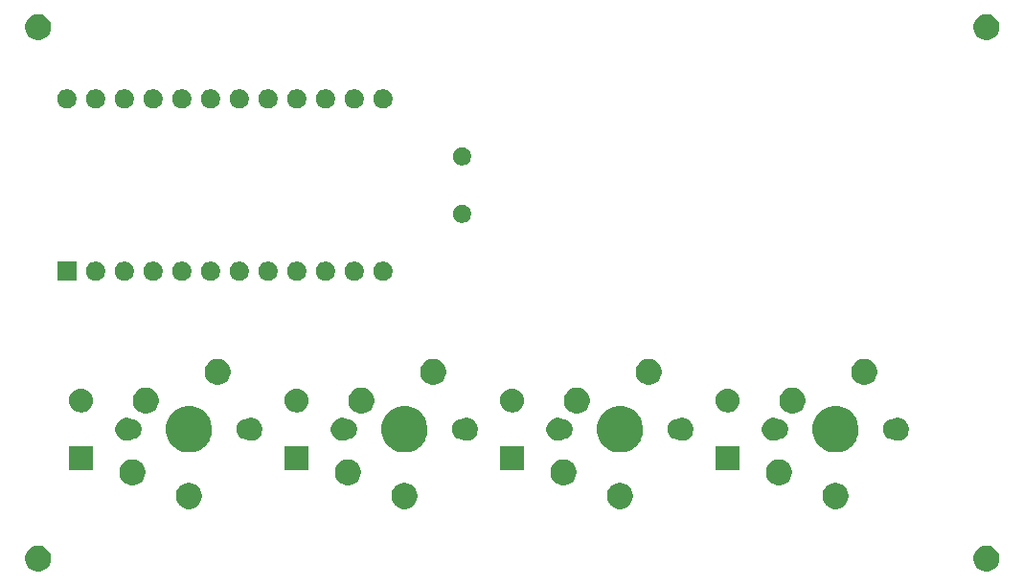
<source format=gts>
G04 #@! TF.GenerationSoftware,KiCad,Pcbnew,5.0.2-bee76a0~70~ubuntu18.04.1*
G04 #@! TF.CreationDate,2019-05-17T00:14:41+09:00*
G04 #@! TF.ProjectId,meishi2,6d656973-6869-4322-9e6b-696361645f70,rev?*
G04 #@! TF.SameCoordinates,Original*
G04 #@! TF.FileFunction,Soldermask,Top*
G04 #@! TF.FilePolarity,Negative*
%FSLAX46Y46*%
G04 Gerber Fmt 4.6, Leading zero omitted, Abs format (unit mm)*
G04 Created by KiCad (PCBNEW 5.0.2-bee76a0~70~ubuntu18.04.1) date 2019年05月17日 00時14分41秒*
%MOMM*%
%LPD*%
G01*
G04 APERTURE LIST*
%ADD10C,0.100000*%
G04 APERTURE END LIST*
D10*
G36*
X132415734Y-90333232D02*
X132625202Y-90419996D01*
X132813723Y-90545962D01*
X132974038Y-90706277D01*
X133100004Y-90894798D01*
X133186768Y-91104266D01*
X133231000Y-91326635D01*
X133231000Y-91553365D01*
X133186768Y-91775734D01*
X133100004Y-91985202D01*
X132974038Y-92173723D01*
X132813723Y-92334038D01*
X132625202Y-92460004D01*
X132415734Y-92546768D01*
X132193365Y-92591000D01*
X131966635Y-92591000D01*
X131744266Y-92546768D01*
X131534798Y-92460004D01*
X131346277Y-92334038D01*
X131185962Y-92173723D01*
X131059996Y-91985202D01*
X130973232Y-91775734D01*
X130929000Y-91553365D01*
X130929000Y-91326635D01*
X130973232Y-91104266D01*
X131059996Y-90894798D01*
X131185962Y-90706277D01*
X131346277Y-90545962D01*
X131534798Y-90419996D01*
X131744266Y-90333232D01*
X131966635Y-90289000D01*
X132193365Y-90289000D01*
X132415734Y-90333232D01*
X132415734Y-90333232D01*
G37*
G36*
X48595734Y-90333232D02*
X48805202Y-90419996D01*
X48993723Y-90545962D01*
X49154038Y-90706277D01*
X49280004Y-90894798D01*
X49366768Y-91104266D01*
X49411000Y-91326635D01*
X49411000Y-91553365D01*
X49366768Y-91775734D01*
X49280004Y-91985202D01*
X49154038Y-92173723D01*
X48993723Y-92334038D01*
X48805202Y-92460004D01*
X48595734Y-92546768D01*
X48373365Y-92591000D01*
X48146635Y-92591000D01*
X47924266Y-92546768D01*
X47714798Y-92460004D01*
X47526277Y-92334038D01*
X47365962Y-92173723D01*
X47239996Y-91985202D01*
X47153232Y-91775734D01*
X47109000Y-91553365D01*
X47109000Y-91326635D01*
X47153232Y-91104266D01*
X47239996Y-90894798D01*
X47365962Y-90706277D01*
X47526277Y-90545962D01*
X47714798Y-90419996D01*
X47924266Y-90333232D01*
X48146635Y-90289000D01*
X48373365Y-90289000D01*
X48595734Y-90333232D01*
X48595734Y-90333232D01*
G37*
G36*
X119080734Y-84803232D02*
X119290202Y-84889996D01*
X119478723Y-85015962D01*
X119639038Y-85176277D01*
X119765004Y-85364798D01*
X119851768Y-85574266D01*
X119896000Y-85796635D01*
X119896000Y-86023365D01*
X119851768Y-86245734D01*
X119765004Y-86455202D01*
X119639038Y-86643723D01*
X119478723Y-86804038D01*
X119290202Y-86930004D01*
X119080734Y-87016768D01*
X118858365Y-87061000D01*
X118631635Y-87061000D01*
X118409266Y-87016768D01*
X118199798Y-86930004D01*
X118011277Y-86804038D01*
X117850962Y-86643723D01*
X117724996Y-86455202D01*
X117638232Y-86245734D01*
X117594000Y-86023365D01*
X117594000Y-85796635D01*
X117638232Y-85574266D01*
X117724996Y-85364798D01*
X117850962Y-85176277D01*
X118011277Y-85015962D01*
X118199798Y-84889996D01*
X118409266Y-84803232D01*
X118631635Y-84759000D01*
X118858365Y-84759000D01*
X119080734Y-84803232D01*
X119080734Y-84803232D01*
G37*
G36*
X100030734Y-84803232D02*
X100240202Y-84889996D01*
X100428723Y-85015962D01*
X100589038Y-85176277D01*
X100715004Y-85364798D01*
X100801768Y-85574266D01*
X100846000Y-85796635D01*
X100846000Y-86023365D01*
X100801768Y-86245734D01*
X100715004Y-86455202D01*
X100589038Y-86643723D01*
X100428723Y-86804038D01*
X100240202Y-86930004D01*
X100030734Y-87016768D01*
X99808365Y-87061000D01*
X99581635Y-87061000D01*
X99359266Y-87016768D01*
X99149798Y-86930004D01*
X98961277Y-86804038D01*
X98800962Y-86643723D01*
X98674996Y-86455202D01*
X98588232Y-86245734D01*
X98544000Y-86023365D01*
X98544000Y-85796635D01*
X98588232Y-85574266D01*
X98674996Y-85364798D01*
X98800962Y-85176277D01*
X98961277Y-85015962D01*
X99149798Y-84889996D01*
X99359266Y-84803232D01*
X99581635Y-84759000D01*
X99808365Y-84759000D01*
X100030734Y-84803232D01*
X100030734Y-84803232D01*
G37*
G36*
X80980734Y-84803232D02*
X81190202Y-84889996D01*
X81378723Y-85015962D01*
X81539038Y-85176277D01*
X81665004Y-85364798D01*
X81751768Y-85574266D01*
X81796000Y-85796635D01*
X81796000Y-86023365D01*
X81751768Y-86245734D01*
X81665004Y-86455202D01*
X81539038Y-86643723D01*
X81378723Y-86804038D01*
X81190202Y-86930004D01*
X80980734Y-87016768D01*
X80758365Y-87061000D01*
X80531635Y-87061000D01*
X80309266Y-87016768D01*
X80099798Y-86930004D01*
X79911277Y-86804038D01*
X79750962Y-86643723D01*
X79624996Y-86455202D01*
X79538232Y-86245734D01*
X79494000Y-86023365D01*
X79494000Y-85796635D01*
X79538232Y-85574266D01*
X79624996Y-85364798D01*
X79750962Y-85176277D01*
X79911277Y-85015962D01*
X80099798Y-84889996D01*
X80309266Y-84803232D01*
X80531635Y-84759000D01*
X80758365Y-84759000D01*
X80980734Y-84803232D01*
X80980734Y-84803232D01*
G37*
G36*
X61930734Y-84803232D02*
X62140202Y-84889996D01*
X62328723Y-85015962D01*
X62489038Y-85176277D01*
X62615004Y-85364798D01*
X62701768Y-85574266D01*
X62746000Y-85796635D01*
X62746000Y-86023365D01*
X62701768Y-86245734D01*
X62615004Y-86455202D01*
X62489038Y-86643723D01*
X62328723Y-86804038D01*
X62140202Y-86930004D01*
X61930734Y-87016768D01*
X61708365Y-87061000D01*
X61481635Y-87061000D01*
X61259266Y-87016768D01*
X61049798Y-86930004D01*
X60861277Y-86804038D01*
X60700962Y-86643723D01*
X60574996Y-86455202D01*
X60488232Y-86245734D01*
X60444000Y-86023365D01*
X60444000Y-85796635D01*
X60488232Y-85574266D01*
X60574996Y-85364798D01*
X60700962Y-85176277D01*
X60861277Y-85015962D01*
X61049798Y-84889996D01*
X61259266Y-84803232D01*
X61481635Y-84759000D01*
X61708365Y-84759000D01*
X61930734Y-84803232D01*
X61930734Y-84803232D01*
G37*
G36*
X56930734Y-82703232D02*
X57140202Y-82789996D01*
X57328723Y-82915962D01*
X57489038Y-83076277D01*
X57615004Y-83264798D01*
X57701768Y-83474266D01*
X57746000Y-83696635D01*
X57746000Y-83923365D01*
X57701768Y-84145734D01*
X57615004Y-84355202D01*
X57489038Y-84543723D01*
X57328723Y-84704038D01*
X57140202Y-84830004D01*
X56930734Y-84916768D01*
X56708365Y-84961000D01*
X56481635Y-84961000D01*
X56259266Y-84916768D01*
X56049798Y-84830004D01*
X55861277Y-84704038D01*
X55700962Y-84543723D01*
X55574996Y-84355202D01*
X55488232Y-84145734D01*
X55444000Y-83923365D01*
X55444000Y-83696635D01*
X55488232Y-83474266D01*
X55574996Y-83264798D01*
X55700962Y-83076277D01*
X55861277Y-82915962D01*
X56049798Y-82789996D01*
X56259266Y-82703232D01*
X56481635Y-82659000D01*
X56708365Y-82659000D01*
X56930734Y-82703232D01*
X56930734Y-82703232D01*
G37*
G36*
X95030734Y-82703232D02*
X95240202Y-82789996D01*
X95428723Y-82915962D01*
X95589038Y-83076277D01*
X95715004Y-83264798D01*
X95801768Y-83474266D01*
X95846000Y-83696635D01*
X95846000Y-83923365D01*
X95801768Y-84145734D01*
X95715004Y-84355202D01*
X95589038Y-84543723D01*
X95428723Y-84704038D01*
X95240202Y-84830004D01*
X95030734Y-84916768D01*
X94808365Y-84961000D01*
X94581635Y-84961000D01*
X94359266Y-84916768D01*
X94149798Y-84830004D01*
X93961277Y-84704038D01*
X93800962Y-84543723D01*
X93674996Y-84355202D01*
X93588232Y-84145734D01*
X93544000Y-83923365D01*
X93544000Y-83696635D01*
X93588232Y-83474266D01*
X93674996Y-83264798D01*
X93800962Y-83076277D01*
X93961277Y-82915962D01*
X94149798Y-82789996D01*
X94359266Y-82703232D01*
X94581635Y-82659000D01*
X94808365Y-82659000D01*
X95030734Y-82703232D01*
X95030734Y-82703232D01*
G37*
G36*
X75980734Y-82703232D02*
X76190202Y-82789996D01*
X76378723Y-82915962D01*
X76539038Y-83076277D01*
X76665004Y-83264798D01*
X76751768Y-83474266D01*
X76796000Y-83696635D01*
X76796000Y-83923365D01*
X76751768Y-84145734D01*
X76665004Y-84355202D01*
X76539038Y-84543723D01*
X76378723Y-84704038D01*
X76190202Y-84830004D01*
X75980734Y-84916768D01*
X75758365Y-84961000D01*
X75531635Y-84961000D01*
X75309266Y-84916768D01*
X75099798Y-84830004D01*
X74911277Y-84704038D01*
X74750962Y-84543723D01*
X74624996Y-84355202D01*
X74538232Y-84145734D01*
X74494000Y-83923365D01*
X74494000Y-83696635D01*
X74538232Y-83474266D01*
X74624996Y-83264798D01*
X74750962Y-83076277D01*
X74911277Y-82915962D01*
X75099798Y-82789996D01*
X75309266Y-82703232D01*
X75531635Y-82659000D01*
X75758365Y-82659000D01*
X75980734Y-82703232D01*
X75980734Y-82703232D01*
G37*
G36*
X114080734Y-82703232D02*
X114290202Y-82789996D01*
X114478723Y-82915962D01*
X114639038Y-83076277D01*
X114765004Y-83264798D01*
X114851768Y-83474266D01*
X114896000Y-83696635D01*
X114896000Y-83923365D01*
X114851768Y-84145734D01*
X114765004Y-84355202D01*
X114639038Y-84543723D01*
X114478723Y-84704038D01*
X114290202Y-84830004D01*
X114080734Y-84916768D01*
X113858365Y-84961000D01*
X113631635Y-84961000D01*
X113409266Y-84916768D01*
X113199798Y-84830004D01*
X113011277Y-84704038D01*
X112850962Y-84543723D01*
X112724996Y-84355202D01*
X112638232Y-84145734D01*
X112594000Y-83923365D01*
X112594000Y-83696635D01*
X112638232Y-83474266D01*
X112724996Y-83264798D01*
X112850962Y-83076277D01*
X113011277Y-82915962D01*
X113199798Y-82789996D01*
X113409266Y-82703232D01*
X113631635Y-82659000D01*
X113858365Y-82659000D01*
X114080734Y-82703232D01*
X114080734Y-82703232D01*
G37*
G36*
X53121000Y-83601000D02*
X51019000Y-83601000D01*
X51019000Y-81499000D01*
X53121000Y-81499000D01*
X53121000Y-83601000D01*
X53121000Y-83601000D01*
G37*
G36*
X91221000Y-83601000D02*
X89119000Y-83601000D01*
X89119000Y-81499000D01*
X91221000Y-81499000D01*
X91221000Y-83601000D01*
X91221000Y-83601000D01*
G37*
G36*
X72171000Y-83601000D02*
X70069000Y-83601000D01*
X70069000Y-81499000D01*
X72171000Y-81499000D01*
X72171000Y-83601000D01*
X72171000Y-83601000D01*
G37*
G36*
X110271000Y-83601000D02*
X108169000Y-83601000D01*
X108169000Y-81499000D01*
X110271000Y-81499000D01*
X110271000Y-83601000D01*
X110271000Y-83601000D01*
G37*
G36*
X81243252Y-78037818D02*
X81243254Y-78037819D01*
X81243255Y-78037819D01*
X81616513Y-78192427D01*
X81947905Y-78413857D01*
X81952439Y-78416886D01*
X82238114Y-78702561D01*
X82238116Y-78702564D01*
X82462573Y-79038487D01*
X82617181Y-79411745D01*
X82617182Y-79411748D01*
X82696000Y-79807993D01*
X82696000Y-80212007D01*
X82621936Y-80584354D01*
X82617181Y-80608255D01*
X82462573Y-80981513D01*
X82462572Y-80981514D01*
X82238114Y-81317439D01*
X81952439Y-81603114D01*
X81952436Y-81603116D01*
X81616513Y-81827573D01*
X81243255Y-81982181D01*
X81243254Y-81982181D01*
X81243252Y-81982182D01*
X80847007Y-82061000D01*
X80442993Y-82061000D01*
X80046748Y-81982182D01*
X80046746Y-81982181D01*
X80046745Y-81982181D01*
X79673487Y-81827573D01*
X79337564Y-81603116D01*
X79337561Y-81603114D01*
X79051886Y-81317439D01*
X78827428Y-80981514D01*
X78827427Y-80981513D01*
X78672819Y-80608255D01*
X78668065Y-80584354D01*
X78594000Y-80212007D01*
X78594000Y-79807993D01*
X78672818Y-79411748D01*
X78672819Y-79411745D01*
X78827427Y-79038487D01*
X79051884Y-78702564D01*
X79051886Y-78702561D01*
X79337561Y-78416886D01*
X79342095Y-78413857D01*
X79673487Y-78192427D01*
X80046745Y-78037819D01*
X80046746Y-78037819D01*
X80046748Y-78037818D01*
X80442993Y-77959000D01*
X80847007Y-77959000D01*
X81243252Y-78037818D01*
X81243252Y-78037818D01*
G37*
G36*
X119343252Y-78037818D02*
X119343254Y-78037819D01*
X119343255Y-78037819D01*
X119716513Y-78192427D01*
X120047905Y-78413857D01*
X120052439Y-78416886D01*
X120338114Y-78702561D01*
X120338116Y-78702564D01*
X120562573Y-79038487D01*
X120717181Y-79411745D01*
X120717182Y-79411748D01*
X120796000Y-79807993D01*
X120796000Y-80212007D01*
X120721936Y-80584354D01*
X120717181Y-80608255D01*
X120562573Y-80981513D01*
X120562572Y-80981514D01*
X120338114Y-81317439D01*
X120052439Y-81603114D01*
X120052436Y-81603116D01*
X119716513Y-81827573D01*
X119343255Y-81982181D01*
X119343254Y-81982181D01*
X119343252Y-81982182D01*
X118947007Y-82061000D01*
X118542993Y-82061000D01*
X118146748Y-81982182D01*
X118146746Y-81982181D01*
X118146745Y-81982181D01*
X117773487Y-81827573D01*
X117437564Y-81603116D01*
X117437561Y-81603114D01*
X117151886Y-81317439D01*
X116927428Y-80981514D01*
X116927427Y-80981513D01*
X116772819Y-80608255D01*
X116768065Y-80584354D01*
X116694000Y-80212007D01*
X116694000Y-79807993D01*
X116772818Y-79411748D01*
X116772819Y-79411745D01*
X116927427Y-79038487D01*
X117151884Y-78702564D01*
X117151886Y-78702561D01*
X117437561Y-78416886D01*
X117442095Y-78413857D01*
X117773487Y-78192427D01*
X118146745Y-78037819D01*
X118146746Y-78037819D01*
X118146748Y-78037818D01*
X118542993Y-77959000D01*
X118947007Y-77959000D01*
X119343252Y-78037818D01*
X119343252Y-78037818D01*
G37*
G36*
X100293252Y-78037818D02*
X100293254Y-78037819D01*
X100293255Y-78037819D01*
X100666513Y-78192427D01*
X100997905Y-78413857D01*
X101002439Y-78416886D01*
X101288114Y-78702561D01*
X101288116Y-78702564D01*
X101512573Y-79038487D01*
X101667181Y-79411745D01*
X101667182Y-79411748D01*
X101746000Y-79807993D01*
X101746000Y-80212007D01*
X101671936Y-80584354D01*
X101667181Y-80608255D01*
X101512573Y-80981513D01*
X101512572Y-80981514D01*
X101288114Y-81317439D01*
X101002439Y-81603114D01*
X101002436Y-81603116D01*
X100666513Y-81827573D01*
X100293255Y-81982181D01*
X100293254Y-81982181D01*
X100293252Y-81982182D01*
X99897007Y-82061000D01*
X99492993Y-82061000D01*
X99096748Y-81982182D01*
X99096746Y-81982181D01*
X99096745Y-81982181D01*
X98723487Y-81827573D01*
X98387564Y-81603116D01*
X98387561Y-81603114D01*
X98101886Y-81317439D01*
X97877428Y-80981514D01*
X97877427Y-80981513D01*
X97722819Y-80608255D01*
X97718065Y-80584354D01*
X97644000Y-80212007D01*
X97644000Y-79807993D01*
X97722818Y-79411748D01*
X97722819Y-79411745D01*
X97877427Y-79038487D01*
X98101884Y-78702564D01*
X98101886Y-78702561D01*
X98387561Y-78416886D01*
X98392095Y-78413857D01*
X98723487Y-78192427D01*
X99096745Y-78037819D01*
X99096746Y-78037819D01*
X99096748Y-78037818D01*
X99492993Y-77959000D01*
X99897007Y-77959000D01*
X100293252Y-78037818D01*
X100293252Y-78037818D01*
G37*
G36*
X62193252Y-78037818D02*
X62193254Y-78037819D01*
X62193255Y-78037819D01*
X62566513Y-78192427D01*
X62897905Y-78413857D01*
X62902439Y-78416886D01*
X63188114Y-78702561D01*
X63188116Y-78702564D01*
X63412573Y-79038487D01*
X63567181Y-79411745D01*
X63567182Y-79411748D01*
X63646000Y-79807993D01*
X63646000Y-80212007D01*
X63571936Y-80584354D01*
X63567181Y-80608255D01*
X63412573Y-80981513D01*
X63412572Y-80981514D01*
X63188114Y-81317439D01*
X62902439Y-81603114D01*
X62902436Y-81603116D01*
X62566513Y-81827573D01*
X62193255Y-81982181D01*
X62193254Y-81982181D01*
X62193252Y-81982182D01*
X61797007Y-82061000D01*
X61392993Y-82061000D01*
X60996748Y-81982182D01*
X60996746Y-81982181D01*
X60996745Y-81982181D01*
X60623487Y-81827573D01*
X60287564Y-81603116D01*
X60287561Y-81603114D01*
X60001886Y-81317439D01*
X59777428Y-80981514D01*
X59777427Y-80981513D01*
X59622819Y-80608255D01*
X59618065Y-80584354D01*
X59544000Y-80212007D01*
X59544000Y-79807993D01*
X59622818Y-79411748D01*
X59622819Y-79411745D01*
X59777427Y-79038487D01*
X60001884Y-78702564D01*
X60001886Y-78702561D01*
X60287561Y-78416886D01*
X60292095Y-78413857D01*
X60623487Y-78192427D01*
X60996745Y-78037819D01*
X60996746Y-78037819D01*
X60996748Y-78037818D01*
X61392993Y-77959000D01*
X61797007Y-77959000D01*
X62193252Y-78037818D01*
X62193252Y-78037818D01*
G37*
G36*
X56386981Y-79047468D02*
X56512561Y-79099485D01*
X56536010Y-79106598D01*
X56560396Y-79109000D01*
X56603741Y-79109000D01*
X56777812Y-79143624D01*
X56941784Y-79211544D01*
X57089354Y-79310147D01*
X57214853Y-79435646D01*
X57313456Y-79583216D01*
X57381376Y-79747188D01*
X57416000Y-79921259D01*
X57416000Y-80098741D01*
X57381376Y-80272812D01*
X57313456Y-80436784D01*
X57214853Y-80584354D01*
X57089354Y-80709853D01*
X56941784Y-80808456D01*
X56777812Y-80876376D01*
X56603741Y-80911000D01*
X56560396Y-80911000D01*
X56536010Y-80913402D01*
X56512561Y-80920515D01*
X56386981Y-80972532D01*
X56193590Y-81011000D01*
X55996410Y-81011000D01*
X55803019Y-80972532D01*
X55620850Y-80897075D01*
X55456897Y-80787525D01*
X55317475Y-80648103D01*
X55207925Y-80484150D01*
X55132468Y-80301981D01*
X55094000Y-80108590D01*
X55094000Y-79911410D01*
X55132468Y-79718019D01*
X55207925Y-79535850D01*
X55317475Y-79371897D01*
X55456897Y-79232475D01*
X55620850Y-79122925D01*
X55803019Y-79047468D01*
X55996410Y-79009000D01*
X56193590Y-79009000D01*
X56386981Y-79047468D01*
X56386981Y-79047468D01*
G37*
G36*
X67386981Y-79047468D02*
X67569150Y-79122925D01*
X67733103Y-79232475D01*
X67872525Y-79371897D01*
X67982075Y-79535850D01*
X68057532Y-79718019D01*
X68096000Y-79911410D01*
X68096000Y-80108590D01*
X68057532Y-80301981D01*
X67982075Y-80484150D01*
X67872525Y-80648103D01*
X67733103Y-80787525D01*
X67569150Y-80897075D01*
X67386981Y-80972532D01*
X67193590Y-81011000D01*
X66996410Y-81011000D01*
X66803019Y-80972532D01*
X66677439Y-80920515D01*
X66653990Y-80913402D01*
X66629604Y-80911000D01*
X66586259Y-80911000D01*
X66412188Y-80876376D01*
X66248216Y-80808456D01*
X66100646Y-80709853D01*
X65975147Y-80584354D01*
X65876544Y-80436784D01*
X65808624Y-80272812D01*
X65774000Y-80098741D01*
X65774000Y-79921259D01*
X65808624Y-79747188D01*
X65876544Y-79583216D01*
X65975147Y-79435646D01*
X66100646Y-79310147D01*
X66248216Y-79211544D01*
X66412188Y-79143624D01*
X66586259Y-79109000D01*
X66629604Y-79109000D01*
X66653990Y-79106598D01*
X66677439Y-79099485D01*
X66803019Y-79047468D01*
X66996410Y-79009000D01*
X67193590Y-79009000D01*
X67386981Y-79047468D01*
X67386981Y-79047468D01*
G37*
G36*
X75436981Y-79047468D02*
X75562561Y-79099485D01*
X75586010Y-79106598D01*
X75610396Y-79109000D01*
X75653741Y-79109000D01*
X75827812Y-79143624D01*
X75991784Y-79211544D01*
X76139354Y-79310147D01*
X76264853Y-79435646D01*
X76363456Y-79583216D01*
X76431376Y-79747188D01*
X76466000Y-79921259D01*
X76466000Y-80098741D01*
X76431376Y-80272812D01*
X76363456Y-80436784D01*
X76264853Y-80584354D01*
X76139354Y-80709853D01*
X75991784Y-80808456D01*
X75827812Y-80876376D01*
X75653741Y-80911000D01*
X75610396Y-80911000D01*
X75586010Y-80913402D01*
X75562561Y-80920515D01*
X75436981Y-80972532D01*
X75243590Y-81011000D01*
X75046410Y-81011000D01*
X74853019Y-80972532D01*
X74670850Y-80897075D01*
X74506897Y-80787525D01*
X74367475Y-80648103D01*
X74257925Y-80484150D01*
X74182468Y-80301981D01*
X74144000Y-80108590D01*
X74144000Y-79911410D01*
X74182468Y-79718019D01*
X74257925Y-79535850D01*
X74367475Y-79371897D01*
X74506897Y-79232475D01*
X74670850Y-79122925D01*
X74853019Y-79047468D01*
X75046410Y-79009000D01*
X75243590Y-79009000D01*
X75436981Y-79047468D01*
X75436981Y-79047468D01*
G37*
G36*
X86436981Y-79047468D02*
X86619150Y-79122925D01*
X86783103Y-79232475D01*
X86922525Y-79371897D01*
X87032075Y-79535850D01*
X87107532Y-79718019D01*
X87146000Y-79911410D01*
X87146000Y-80108590D01*
X87107532Y-80301981D01*
X87032075Y-80484150D01*
X86922525Y-80648103D01*
X86783103Y-80787525D01*
X86619150Y-80897075D01*
X86436981Y-80972532D01*
X86243590Y-81011000D01*
X86046410Y-81011000D01*
X85853019Y-80972532D01*
X85727439Y-80920515D01*
X85703990Y-80913402D01*
X85679604Y-80911000D01*
X85636259Y-80911000D01*
X85462188Y-80876376D01*
X85298216Y-80808456D01*
X85150646Y-80709853D01*
X85025147Y-80584354D01*
X84926544Y-80436784D01*
X84858624Y-80272812D01*
X84824000Y-80098741D01*
X84824000Y-79921259D01*
X84858624Y-79747188D01*
X84926544Y-79583216D01*
X85025147Y-79435646D01*
X85150646Y-79310147D01*
X85298216Y-79211544D01*
X85462188Y-79143624D01*
X85636259Y-79109000D01*
X85679604Y-79109000D01*
X85703990Y-79106598D01*
X85727439Y-79099485D01*
X85853019Y-79047468D01*
X86046410Y-79009000D01*
X86243590Y-79009000D01*
X86436981Y-79047468D01*
X86436981Y-79047468D01*
G37*
G36*
X94486981Y-79047468D02*
X94612561Y-79099485D01*
X94636010Y-79106598D01*
X94660396Y-79109000D01*
X94703741Y-79109000D01*
X94877812Y-79143624D01*
X95041784Y-79211544D01*
X95189354Y-79310147D01*
X95314853Y-79435646D01*
X95413456Y-79583216D01*
X95481376Y-79747188D01*
X95516000Y-79921259D01*
X95516000Y-80098741D01*
X95481376Y-80272812D01*
X95413456Y-80436784D01*
X95314853Y-80584354D01*
X95189354Y-80709853D01*
X95041784Y-80808456D01*
X94877812Y-80876376D01*
X94703741Y-80911000D01*
X94660396Y-80911000D01*
X94636010Y-80913402D01*
X94612561Y-80920515D01*
X94486981Y-80972532D01*
X94293590Y-81011000D01*
X94096410Y-81011000D01*
X93903019Y-80972532D01*
X93720850Y-80897075D01*
X93556897Y-80787525D01*
X93417475Y-80648103D01*
X93307925Y-80484150D01*
X93232468Y-80301981D01*
X93194000Y-80108590D01*
X93194000Y-79911410D01*
X93232468Y-79718019D01*
X93307925Y-79535850D01*
X93417475Y-79371897D01*
X93556897Y-79232475D01*
X93720850Y-79122925D01*
X93903019Y-79047468D01*
X94096410Y-79009000D01*
X94293590Y-79009000D01*
X94486981Y-79047468D01*
X94486981Y-79047468D01*
G37*
G36*
X105486981Y-79047468D02*
X105669150Y-79122925D01*
X105833103Y-79232475D01*
X105972525Y-79371897D01*
X106082075Y-79535850D01*
X106157532Y-79718019D01*
X106196000Y-79911410D01*
X106196000Y-80108590D01*
X106157532Y-80301981D01*
X106082075Y-80484150D01*
X105972525Y-80648103D01*
X105833103Y-80787525D01*
X105669150Y-80897075D01*
X105486981Y-80972532D01*
X105293590Y-81011000D01*
X105096410Y-81011000D01*
X104903019Y-80972532D01*
X104777439Y-80920515D01*
X104753990Y-80913402D01*
X104729604Y-80911000D01*
X104686259Y-80911000D01*
X104512188Y-80876376D01*
X104348216Y-80808456D01*
X104200646Y-80709853D01*
X104075147Y-80584354D01*
X103976544Y-80436784D01*
X103908624Y-80272812D01*
X103874000Y-80098741D01*
X103874000Y-79921259D01*
X103908624Y-79747188D01*
X103976544Y-79583216D01*
X104075147Y-79435646D01*
X104200646Y-79310147D01*
X104348216Y-79211544D01*
X104512188Y-79143624D01*
X104686259Y-79109000D01*
X104729604Y-79109000D01*
X104753990Y-79106598D01*
X104777439Y-79099485D01*
X104903019Y-79047468D01*
X105096410Y-79009000D01*
X105293590Y-79009000D01*
X105486981Y-79047468D01*
X105486981Y-79047468D01*
G37*
G36*
X113536981Y-79047468D02*
X113662561Y-79099485D01*
X113686010Y-79106598D01*
X113710396Y-79109000D01*
X113753741Y-79109000D01*
X113927812Y-79143624D01*
X114091784Y-79211544D01*
X114239354Y-79310147D01*
X114364853Y-79435646D01*
X114463456Y-79583216D01*
X114531376Y-79747188D01*
X114566000Y-79921259D01*
X114566000Y-80098741D01*
X114531376Y-80272812D01*
X114463456Y-80436784D01*
X114364853Y-80584354D01*
X114239354Y-80709853D01*
X114091784Y-80808456D01*
X113927812Y-80876376D01*
X113753741Y-80911000D01*
X113710396Y-80911000D01*
X113686010Y-80913402D01*
X113662561Y-80920515D01*
X113536981Y-80972532D01*
X113343590Y-81011000D01*
X113146410Y-81011000D01*
X112953019Y-80972532D01*
X112770850Y-80897075D01*
X112606897Y-80787525D01*
X112467475Y-80648103D01*
X112357925Y-80484150D01*
X112282468Y-80301981D01*
X112244000Y-80108590D01*
X112244000Y-79911410D01*
X112282468Y-79718019D01*
X112357925Y-79535850D01*
X112467475Y-79371897D01*
X112606897Y-79232475D01*
X112770850Y-79122925D01*
X112953019Y-79047468D01*
X113146410Y-79009000D01*
X113343590Y-79009000D01*
X113536981Y-79047468D01*
X113536981Y-79047468D01*
G37*
G36*
X124536981Y-79047468D02*
X124719150Y-79122925D01*
X124883103Y-79232475D01*
X125022525Y-79371897D01*
X125132075Y-79535850D01*
X125207532Y-79718019D01*
X125246000Y-79911410D01*
X125246000Y-80108590D01*
X125207532Y-80301981D01*
X125132075Y-80484150D01*
X125022525Y-80648103D01*
X124883103Y-80787525D01*
X124719150Y-80897075D01*
X124536981Y-80972532D01*
X124343590Y-81011000D01*
X124146410Y-81011000D01*
X123953019Y-80972532D01*
X123827439Y-80920515D01*
X123803990Y-80913402D01*
X123779604Y-80911000D01*
X123736259Y-80911000D01*
X123562188Y-80876376D01*
X123398216Y-80808456D01*
X123250646Y-80709853D01*
X123125147Y-80584354D01*
X123026544Y-80436784D01*
X122958624Y-80272812D01*
X122924000Y-80098741D01*
X122924000Y-79921259D01*
X122958624Y-79747188D01*
X123026544Y-79583216D01*
X123125147Y-79435646D01*
X123250646Y-79310147D01*
X123398216Y-79211544D01*
X123562188Y-79143624D01*
X123736259Y-79109000D01*
X123779604Y-79109000D01*
X123803990Y-79106598D01*
X123827439Y-79099485D01*
X123953019Y-79047468D01*
X124146410Y-79009000D01*
X124343590Y-79009000D01*
X124536981Y-79047468D01*
X124536981Y-79047468D01*
G37*
G36*
X58120734Y-76363232D02*
X58330202Y-76449996D01*
X58518723Y-76575962D01*
X58679038Y-76736277D01*
X58805004Y-76924798D01*
X58891768Y-77134266D01*
X58936000Y-77356635D01*
X58936000Y-77583365D01*
X58891768Y-77805734D01*
X58805004Y-78015202D01*
X58679038Y-78203723D01*
X58518723Y-78364038D01*
X58330202Y-78490004D01*
X58120734Y-78576768D01*
X57898365Y-78621000D01*
X57671635Y-78621000D01*
X57449266Y-78576768D01*
X57239798Y-78490004D01*
X57051277Y-78364038D01*
X56890962Y-78203723D01*
X56764996Y-78015202D01*
X56678232Y-77805734D01*
X56634000Y-77583365D01*
X56634000Y-77356635D01*
X56678232Y-77134266D01*
X56764996Y-76924798D01*
X56890962Y-76736277D01*
X57051277Y-76575962D01*
X57239798Y-76449996D01*
X57449266Y-76363232D01*
X57671635Y-76319000D01*
X57898365Y-76319000D01*
X58120734Y-76363232D01*
X58120734Y-76363232D01*
G37*
G36*
X115270734Y-76363232D02*
X115480202Y-76449996D01*
X115668723Y-76575962D01*
X115829038Y-76736277D01*
X115955004Y-76924798D01*
X116041768Y-77134266D01*
X116086000Y-77356635D01*
X116086000Y-77583365D01*
X116041768Y-77805734D01*
X115955004Y-78015202D01*
X115829038Y-78203723D01*
X115668723Y-78364038D01*
X115480202Y-78490004D01*
X115270734Y-78576768D01*
X115048365Y-78621000D01*
X114821635Y-78621000D01*
X114599266Y-78576768D01*
X114389798Y-78490004D01*
X114201277Y-78364038D01*
X114040962Y-78203723D01*
X113914996Y-78015202D01*
X113828232Y-77805734D01*
X113784000Y-77583365D01*
X113784000Y-77356635D01*
X113828232Y-77134266D01*
X113914996Y-76924798D01*
X114040962Y-76736277D01*
X114201277Y-76575962D01*
X114389798Y-76449996D01*
X114599266Y-76363232D01*
X114821635Y-76319000D01*
X115048365Y-76319000D01*
X115270734Y-76363232D01*
X115270734Y-76363232D01*
G37*
G36*
X77170734Y-76363232D02*
X77380202Y-76449996D01*
X77568723Y-76575962D01*
X77729038Y-76736277D01*
X77855004Y-76924798D01*
X77941768Y-77134266D01*
X77986000Y-77356635D01*
X77986000Y-77583365D01*
X77941768Y-77805734D01*
X77855004Y-78015202D01*
X77729038Y-78203723D01*
X77568723Y-78364038D01*
X77380202Y-78490004D01*
X77170734Y-78576768D01*
X76948365Y-78621000D01*
X76721635Y-78621000D01*
X76499266Y-78576768D01*
X76289798Y-78490004D01*
X76101277Y-78364038D01*
X75940962Y-78203723D01*
X75814996Y-78015202D01*
X75728232Y-77805734D01*
X75684000Y-77583365D01*
X75684000Y-77356635D01*
X75728232Y-77134266D01*
X75814996Y-76924798D01*
X75940962Y-76736277D01*
X76101277Y-76575962D01*
X76289798Y-76449996D01*
X76499266Y-76363232D01*
X76721635Y-76319000D01*
X76948365Y-76319000D01*
X77170734Y-76363232D01*
X77170734Y-76363232D01*
G37*
G36*
X96220734Y-76363232D02*
X96430202Y-76449996D01*
X96618723Y-76575962D01*
X96779038Y-76736277D01*
X96905004Y-76924798D01*
X96991768Y-77134266D01*
X97036000Y-77356635D01*
X97036000Y-77583365D01*
X96991768Y-77805734D01*
X96905004Y-78015202D01*
X96779038Y-78203723D01*
X96618723Y-78364038D01*
X96430202Y-78490004D01*
X96220734Y-78576768D01*
X95998365Y-78621000D01*
X95771635Y-78621000D01*
X95549266Y-78576768D01*
X95339798Y-78490004D01*
X95151277Y-78364038D01*
X94990962Y-78203723D01*
X94864996Y-78015202D01*
X94778232Y-77805734D01*
X94734000Y-77583365D01*
X94734000Y-77356635D01*
X94778232Y-77134266D01*
X94864996Y-76924798D01*
X94990962Y-76736277D01*
X95151277Y-76575962D01*
X95339798Y-76449996D01*
X95549266Y-76363232D01*
X95771635Y-76319000D01*
X95998365Y-76319000D01*
X96220734Y-76363232D01*
X96220734Y-76363232D01*
G37*
G36*
X71202510Y-76422041D02*
X71326032Y-76434207D01*
X71524146Y-76494305D01*
X71706729Y-76591897D01*
X71866765Y-76723235D01*
X71998103Y-76883271D01*
X72095695Y-77065854D01*
X72155793Y-77263968D01*
X72176085Y-77470000D01*
X72155793Y-77676032D01*
X72095695Y-77874146D01*
X71998103Y-78056729D01*
X71866765Y-78216765D01*
X71706729Y-78348103D01*
X71524146Y-78445695D01*
X71326032Y-78505793D01*
X71202510Y-78517959D01*
X71171631Y-78521000D01*
X71068369Y-78521000D01*
X71037490Y-78517959D01*
X70913968Y-78505793D01*
X70715854Y-78445695D01*
X70533271Y-78348103D01*
X70373235Y-78216765D01*
X70241897Y-78056729D01*
X70144305Y-77874146D01*
X70084207Y-77676032D01*
X70063915Y-77470000D01*
X70084207Y-77263968D01*
X70144305Y-77065854D01*
X70241897Y-76883271D01*
X70373235Y-76723235D01*
X70533271Y-76591897D01*
X70715854Y-76494305D01*
X70913968Y-76434207D01*
X71037490Y-76422041D01*
X71068369Y-76419000D01*
X71171631Y-76419000D01*
X71202510Y-76422041D01*
X71202510Y-76422041D01*
G37*
G36*
X52152510Y-76422041D02*
X52276032Y-76434207D01*
X52474146Y-76494305D01*
X52656729Y-76591897D01*
X52816765Y-76723235D01*
X52948103Y-76883271D01*
X53045695Y-77065854D01*
X53105793Y-77263968D01*
X53126085Y-77470000D01*
X53105793Y-77676032D01*
X53045695Y-77874146D01*
X52948103Y-78056729D01*
X52816765Y-78216765D01*
X52656729Y-78348103D01*
X52474146Y-78445695D01*
X52276032Y-78505793D01*
X52152510Y-78517959D01*
X52121631Y-78521000D01*
X52018369Y-78521000D01*
X51987490Y-78517959D01*
X51863968Y-78505793D01*
X51665854Y-78445695D01*
X51483271Y-78348103D01*
X51323235Y-78216765D01*
X51191897Y-78056729D01*
X51094305Y-77874146D01*
X51034207Y-77676032D01*
X51013915Y-77470000D01*
X51034207Y-77263968D01*
X51094305Y-77065854D01*
X51191897Y-76883271D01*
X51323235Y-76723235D01*
X51483271Y-76591897D01*
X51665854Y-76494305D01*
X51863968Y-76434207D01*
X51987490Y-76422041D01*
X52018369Y-76419000D01*
X52121631Y-76419000D01*
X52152510Y-76422041D01*
X52152510Y-76422041D01*
G37*
G36*
X109302510Y-76422041D02*
X109426032Y-76434207D01*
X109624146Y-76494305D01*
X109806729Y-76591897D01*
X109966765Y-76723235D01*
X110098103Y-76883271D01*
X110195695Y-77065854D01*
X110255793Y-77263968D01*
X110276085Y-77470000D01*
X110255793Y-77676032D01*
X110195695Y-77874146D01*
X110098103Y-78056729D01*
X109966765Y-78216765D01*
X109806729Y-78348103D01*
X109624146Y-78445695D01*
X109426032Y-78505793D01*
X109302510Y-78517959D01*
X109271631Y-78521000D01*
X109168369Y-78521000D01*
X109137490Y-78517959D01*
X109013968Y-78505793D01*
X108815854Y-78445695D01*
X108633271Y-78348103D01*
X108473235Y-78216765D01*
X108341897Y-78056729D01*
X108244305Y-77874146D01*
X108184207Y-77676032D01*
X108163915Y-77470000D01*
X108184207Y-77263968D01*
X108244305Y-77065854D01*
X108341897Y-76883271D01*
X108473235Y-76723235D01*
X108633271Y-76591897D01*
X108815854Y-76494305D01*
X109013968Y-76434207D01*
X109137490Y-76422041D01*
X109168369Y-76419000D01*
X109271631Y-76419000D01*
X109302510Y-76422041D01*
X109302510Y-76422041D01*
G37*
G36*
X90252510Y-76422041D02*
X90376032Y-76434207D01*
X90574146Y-76494305D01*
X90756729Y-76591897D01*
X90916765Y-76723235D01*
X91048103Y-76883271D01*
X91145695Y-77065854D01*
X91205793Y-77263968D01*
X91226085Y-77470000D01*
X91205793Y-77676032D01*
X91145695Y-77874146D01*
X91048103Y-78056729D01*
X90916765Y-78216765D01*
X90756729Y-78348103D01*
X90574146Y-78445695D01*
X90376032Y-78505793D01*
X90252510Y-78517959D01*
X90221631Y-78521000D01*
X90118369Y-78521000D01*
X90087490Y-78517959D01*
X89963968Y-78505793D01*
X89765854Y-78445695D01*
X89583271Y-78348103D01*
X89423235Y-78216765D01*
X89291897Y-78056729D01*
X89194305Y-77874146D01*
X89134207Y-77676032D01*
X89113915Y-77470000D01*
X89134207Y-77263968D01*
X89194305Y-77065854D01*
X89291897Y-76883271D01*
X89423235Y-76723235D01*
X89583271Y-76591897D01*
X89765854Y-76494305D01*
X89963968Y-76434207D01*
X90087490Y-76422041D01*
X90118369Y-76419000D01*
X90221631Y-76419000D01*
X90252510Y-76422041D01*
X90252510Y-76422041D01*
G37*
G36*
X121620734Y-73823232D02*
X121830202Y-73909996D01*
X122018723Y-74035962D01*
X122179038Y-74196277D01*
X122305004Y-74384798D01*
X122391768Y-74594266D01*
X122436000Y-74816635D01*
X122436000Y-75043365D01*
X122391768Y-75265734D01*
X122305004Y-75475202D01*
X122179038Y-75663723D01*
X122018723Y-75824038D01*
X121830202Y-75950004D01*
X121620734Y-76036768D01*
X121398365Y-76081000D01*
X121171635Y-76081000D01*
X120949266Y-76036768D01*
X120739798Y-75950004D01*
X120551277Y-75824038D01*
X120390962Y-75663723D01*
X120264996Y-75475202D01*
X120178232Y-75265734D01*
X120134000Y-75043365D01*
X120134000Y-74816635D01*
X120178232Y-74594266D01*
X120264996Y-74384798D01*
X120390962Y-74196277D01*
X120551277Y-74035962D01*
X120739798Y-73909996D01*
X120949266Y-73823232D01*
X121171635Y-73779000D01*
X121398365Y-73779000D01*
X121620734Y-73823232D01*
X121620734Y-73823232D01*
G37*
G36*
X64470734Y-73823232D02*
X64680202Y-73909996D01*
X64868723Y-74035962D01*
X65029038Y-74196277D01*
X65155004Y-74384798D01*
X65241768Y-74594266D01*
X65286000Y-74816635D01*
X65286000Y-75043365D01*
X65241768Y-75265734D01*
X65155004Y-75475202D01*
X65029038Y-75663723D01*
X64868723Y-75824038D01*
X64680202Y-75950004D01*
X64470734Y-76036768D01*
X64248365Y-76081000D01*
X64021635Y-76081000D01*
X63799266Y-76036768D01*
X63589798Y-75950004D01*
X63401277Y-75824038D01*
X63240962Y-75663723D01*
X63114996Y-75475202D01*
X63028232Y-75265734D01*
X62984000Y-75043365D01*
X62984000Y-74816635D01*
X63028232Y-74594266D01*
X63114996Y-74384798D01*
X63240962Y-74196277D01*
X63401277Y-74035962D01*
X63589798Y-73909996D01*
X63799266Y-73823232D01*
X64021635Y-73779000D01*
X64248365Y-73779000D01*
X64470734Y-73823232D01*
X64470734Y-73823232D01*
G37*
G36*
X102570734Y-73823232D02*
X102780202Y-73909996D01*
X102968723Y-74035962D01*
X103129038Y-74196277D01*
X103255004Y-74384798D01*
X103341768Y-74594266D01*
X103386000Y-74816635D01*
X103386000Y-75043365D01*
X103341768Y-75265734D01*
X103255004Y-75475202D01*
X103129038Y-75663723D01*
X102968723Y-75824038D01*
X102780202Y-75950004D01*
X102570734Y-76036768D01*
X102348365Y-76081000D01*
X102121635Y-76081000D01*
X101899266Y-76036768D01*
X101689798Y-75950004D01*
X101501277Y-75824038D01*
X101340962Y-75663723D01*
X101214996Y-75475202D01*
X101128232Y-75265734D01*
X101084000Y-75043365D01*
X101084000Y-74816635D01*
X101128232Y-74594266D01*
X101214996Y-74384798D01*
X101340962Y-74196277D01*
X101501277Y-74035962D01*
X101689798Y-73909996D01*
X101899266Y-73823232D01*
X102121635Y-73779000D01*
X102348365Y-73779000D01*
X102570734Y-73823232D01*
X102570734Y-73823232D01*
G37*
G36*
X83520734Y-73823232D02*
X83730202Y-73909996D01*
X83918723Y-74035962D01*
X84079038Y-74196277D01*
X84205004Y-74384798D01*
X84291768Y-74594266D01*
X84336000Y-74816635D01*
X84336000Y-75043365D01*
X84291768Y-75265734D01*
X84205004Y-75475202D01*
X84079038Y-75663723D01*
X83918723Y-75824038D01*
X83730202Y-75950004D01*
X83520734Y-76036768D01*
X83298365Y-76081000D01*
X83071635Y-76081000D01*
X82849266Y-76036768D01*
X82639798Y-75950004D01*
X82451277Y-75824038D01*
X82290962Y-75663723D01*
X82164996Y-75475202D01*
X82078232Y-75265734D01*
X82034000Y-75043365D01*
X82034000Y-74816635D01*
X82078232Y-74594266D01*
X82164996Y-74384798D01*
X82290962Y-74196277D01*
X82451277Y-74035962D01*
X82639798Y-73909996D01*
X82849266Y-73823232D01*
X83071635Y-73779000D01*
X83298365Y-73779000D01*
X83520734Y-73823232D01*
X83520734Y-73823232D01*
G37*
G36*
X68828228Y-65221703D02*
X68983100Y-65285853D01*
X69122481Y-65378985D01*
X69241015Y-65497519D01*
X69334147Y-65636900D01*
X69398297Y-65791772D01*
X69431000Y-65956184D01*
X69431000Y-66123816D01*
X69398297Y-66288228D01*
X69334147Y-66443100D01*
X69241015Y-66582481D01*
X69122481Y-66701015D01*
X68983100Y-66794147D01*
X68828228Y-66858297D01*
X68663816Y-66891000D01*
X68496184Y-66891000D01*
X68331772Y-66858297D01*
X68176900Y-66794147D01*
X68037519Y-66701015D01*
X67918985Y-66582481D01*
X67825853Y-66443100D01*
X67761703Y-66288228D01*
X67729000Y-66123816D01*
X67729000Y-65956184D01*
X67761703Y-65791772D01*
X67825853Y-65636900D01*
X67918985Y-65497519D01*
X68037519Y-65378985D01*
X68176900Y-65285853D01*
X68331772Y-65221703D01*
X68496184Y-65189000D01*
X68663816Y-65189000D01*
X68828228Y-65221703D01*
X68828228Y-65221703D01*
G37*
G36*
X71368228Y-65221703D02*
X71523100Y-65285853D01*
X71662481Y-65378985D01*
X71781015Y-65497519D01*
X71874147Y-65636900D01*
X71938297Y-65791772D01*
X71971000Y-65956184D01*
X71971000Y-66123816D01*
X71938297Y-66288228D01*
X71874147Y-66443100D01*
X71781015Y-66582481D01*
X71662481Y-66701015D01*
X71523100Y-66794147D01*
X71368228Y-66858297D01*
X71203816Y-66891000D01*
X71036184Y-66891000D01*
X70871772Y-66858297D01*
X70716900Y-66794147D01*
X70577519Y-66701015D01*
X70458985Y-66582481D01*
X70365853Y-66443100D01*
X70301703Y-66288228D01*
X70269000Y-66123816D01*
X70269000Y-65956184D01*
X70301703Y-65791772D01*
X70365853Y-65636900D01*
X70458985Y-65497519D01*
X70577519Y-65378985D01*
X70716900Y-65285853D01*
X70871772Y-65221703D01*
X71036184Y-65189000D01*
X71203816Y-65189000D01*
X71368228Y-65221703D01*
X71368228Y-65221703D01*
G37*
G36*
X73908228Y-65221703D02*
X74063100Y-65285853D01*
X74202481Y-65378985D01*
X74321015Y-65497519D01*
X74414147Y-65636900D01*
X74478297Y-65791772D01*
X74511000Y-65956184D01*
X74511000Y-66123816D01*
X74478297Y-66288228D01*
X74414147Y-66443100D01*
X74321015Y-66582481D01*
X74202481Y-66701015D01*
X74063100Y-66794147D01*
X73908228Y-66858297D01*
X73743816Y-66891000D01*
X73576184Y-66891000D01*
X73411772Y-66858297D01*
X73256900Y-66794147D01*
X73117519Y-66701015D01*
X72998985Y-66582481D01*
X72905853Y-66443100D01*
X72841703Y-66288228D01*
X72809000Y-66123816D01*
X72809000Y-65956184D01*
X72841703Y-65791772D01*
X72905853Y-65636900D01*
X72998985Y-65497519D01*
X73117519Y-65378985D01*
X73256900Y-65285853D01*
X73411772Y-65221703D01*
X73576184Y-65189000D01*
X73743816Y-65189000D01*
X73908228Y-65221703D01*
X73908228Y-65221703D01*
G37*
G36*
X76448228Y-65221703D02*
X76603100Y-65285853D01*
X76742481Y-65378985D01*
X76861015Y-65497519D01*
X76954147Y-65636900D01*
X77018297Y-65791772D01*
X77051000Y-65956184D01*
X77051000Y-66123816D01*
X77018297Y-66288228D01*
X76954147Y-66443100D01*
X76861015Y-66582481D01*
X76742481Y-66701015D01*
X76603100Y-66794147D01*
X76448228Y-66858297D01*
X76283816Y-66891000D01*
X76116184Y-66891000D01*
X75951772Y-66858297D01*
X75796900Y-66794147D01*
X75657519Y-66701015D01*
X75538985Y-66582481D01*
X75445853Y-66443100D01*
X75381703Y-66288228D01*
X75349000Y-66123816D01*
X75349000Y-65956184D01*
X75381703Y-65791772D01*
X75445853Y-65636900D01*
X75538985Y-65497519D01*
X75657519Y-65378985D01*
X75796900Y-65285853D01*
X75951772Y-65221703D01*
X76116184Y-65189000D01*
X76283816Y-65189000D01*
X76448228Y-65221703D01*
X76448228Y-65221703D01*
G37*
G36*
X78988228Y-65221703D02*
X79143100Y-65285853D01*
X79282481Y-65378985D01*
X79401015Y-65497519D01*
X79494147Y-65636900D01*
X79558297Y-65791772D01*
X79591000Y-65956184D01*
X79591000Y-66123816D01*
X79558297Y-66288228D01*
X79494147Y-66443100D01*
X79401015Y-66582481D01*
X79282481Y-66701015D01*
X79143100Y-66794147D01*
X78988228Y-66858297D01*
X78823816Y-66891000D01*
X78656184Y-66891000D01*
X78491772Y-66858297D01*
X78336900Y-66794147D01*
X78197519Y-66701015D01*
X78078985Y-66582481D01*
X77985853Y-66443100D01*
X77921703Y-66288228D01*
X77889000Y-66123816D01*
X77889000Y-65956184D01*
X77921703Y-65791772D01*
X77985853Y-65636900D01*
X78078985Y-65497519D01*
X78197519Y-65378985D01*
X78336900Y-65285853D01*
X78491772Y-65221703D01*
X78656184Y-65189000D01*
X78823816Y-65189000D01*
X78988228Y-65221703D01*
X78988228Y-65221703D01*
G37*
G36*
X63748228Y-65221703D02*
X63903100Y-65285853D01*
X64042481Y-65378985D01*
X64161015Y-65497519D01*
X64254147Y-65636900D01*
X64318297Y-65791772D01*
X64351000Y-65956184D01*
X64351000Y-66123816D01*
X64318297Y-66288228D01*
X64254147Y-66443100D01*
X64161015Y-66582481D01*
X64042481Y-66701015D01*
X63903100Y-66794147D01*
X63748228Y-66858297D01*
X63583816Y-66891000D01*
X63416184Y-66891000D01*
X63251772Y-66858297D01*
X63096900Y-66794147D01*
X62957519Y-66701015D01*
X62838985Y-66582481D01*
X62745853Y-66443100D01*
X62681703Y-66288228D01*
X62649000Y-66123816D01*
X62649000Y-65956184D01*
X62681703Y-65791772D01*
X62745853Y-65636900D01*
X62838985Y-65497519D01*
X62957519Y-65378985D01*
X63096900Y-65285853D01*
X63251772Y-65221703D01*
X63416184Y-65189000D01*
X63583816Y-65189000D01*
X63748228Y-65221703D01*
X63748228Y-65221703D01*
G37*
G36*
X58668228Y-65221703D02*
X58823100Y-65285853D01*
X58962481Y-65378985D01*
X59081015Y-65497519D01*
X59174147Y-65636900D01*
X59238297Y-65791772D01*
X59271000Y-65956184D01*
X59271000Y-66123816D01*
X59238297Y-66288228D01*
X59174147Y-66443100D01*
X59081015Y-66582481D01*
X58962481Y-66701015D01*
X58823100Y-66794147D01*
X58668228Y-66858297D01*
X58503816Y-66891000D01*
X58336184Y-66891000D01*
X58171772Y-66858297D01*
X58016900Y-66794147D01*
X57877519Y-66701015D01*
X57758985Y-66582481D01*
X57665853Y-66443100D01*
X57601703Y-66288228D01*
X57569000Y-66123816D01*
X57569000Y-65956184D01*
X57601703Y-65791772D01*
X57665853Y-65636900D01*
X57758985Y-65497519D01*
X57877519Y-65378985D01*
X58016900Y-65285853D01*
X58171772Y-65221703D01*
X58336184Y-65189000D01*
X58503816Y-65189000D01*
X58668228Y-65221703D01*
X58668228Y-65221703D01*
G37*
G36*
X56128228Y-65221703D02*
X56283100Y-65285853D01*
X56422481Y-65378985D01*
X56541015Y-65497519D01*
X56634147Y-65636900D01*
X56698297Y-65791772D01*
X56731000Y-65956184D01*
X56731000Y-66123816D01*
X56698297Y-66288228D01*
X56634147Y-66443100D01*
X56541015Y-66582481D01*
X56422481Y-66701015D01*
X56283100Y-66794147D01*
X56128228Y-66858297D01*
X55963816Y-66891000D01*
X55796184Y-66891000D01*
X55631772Y-66858297D01*
X55476900Y-66794147D01*
X55337519Y-66701015D01*
X55218985Y-66582481D01*
X55125853Y-66443100D01*
X55061703Y-66288228D01*
X55029000Y-66123816D01*
X55029000Y-65956184D01*
X55061703Y-65791772D01*
X55125853Y-65636900D01*
X55218985Y-65497519D01*
X55337519Y-65378985D01*
X55476900Y-65285853D01*
X55631772Y-65221703D01*
X55796184Y-65189000D01*
X55963816Y-65189000D01*
X56128228Y-65221703D01*
X56128228Y-65221703D01*
G37*
G36*
X53588228Y-65221703D02*
X53743100Y-65285853D01*
X53882481Y-65378985D01*
X54001015Y-65497519D01*
X54094147Y-65636900D01*
X54158297Y-65791772D01*
X54191000Y-65956184D01*
X54191000Y-66123816D01*
X54158297Y-66288228D01*
X54094147Y-66443100D01*
X54001015Y-66582481D01*
X53882481Y-66701015D01*
X53743100Y-66794147D01*
X53588228Y-66858297D01*
X53423816Y-66891000D01*
X53256184Y-66891000D01*
X53091772Y-66858297D01*
X52936900Y-66794147D01*
X52797519Y-66701015D01*
X52678985Y-66582481D01*
X52585853Y-66443100D01*
X52521703Y-66288228D01*
X52489000Y-66123816D01*
X52489000Y-65956184D01*
X52521703Y-65791772D01*
X52585853Y-65636900D01*
X52678985Y-65497519D01*
X52797519Y-65378985D01*
X52936900Y-65285853D01*
X53091772Y-65221703D01*
X53256184Y-65189000D01*
X53423816Y-65189000D01*
X53588228Y-65221703D01*
X53588228Y-65221703D01*
G37*
G36*
X51651000Y-66891000D02*
X49949000Y-66891000D01*
X49949000Y-65189000D01*
X51651000Y-65189000D01*
X51651000Y-66891000D01*
X51651000Y-66891000D01*
G37*
G36*
X61208228Y-65221703D02*
X61363100Y-65285853D01*
X61502481Y-65378985D01*
X61621015Y-65497519D01*
X61714147Y-65636900D01*
X61778297Y-65791772D01*
X61811000Y-65956184D01*
X61811000Y-66123816D01*
X61778297Y-66288228D01*
X61714147Y-66443100D01*
X61621015Y-66582481D01*
X61502481Y-66701015D01*
X61363100Y-66794147D01*
X61208228Y-66858297D01*
X61043816Y-66891000D01*
X60876184Y-66891000D01*
X60711772Y-66858297D01*
X60556900Y-66794147D01*
X60417519Y-66701015D01*
X60298985Y-66582481D01*
X60205853Y-66443100D01*
X60141703Y-66288228D01*
X60109000Y-66123816D01*
X60109000Y-65956184D01*
X60141703Y-65791772D01*
X60205853Y-65636900D01*
X60298985Y-65497519D01*
X60417519Y-65378985D01*
X60556900Y-65285853D01*
X60711772Y-65221703D01*
X60876184Y-65189000D01*
X61043816Y-65189000D01*
X61208228Y-65221703D01*
X61208228Y-65221703D01*
G37*
G36*
X66288228Y-65221703D02*
X66443100Y-65285853D01*
X66582481Y-65378985D01*
X66701015Y-65497519D01*
X66794147Y-65636900D01*
X66858297Y-65791772D01*
X66891000Y-65956184D01*
X66891000Y-66123816D01*
X66858297Y-66288228D01*
X66794147Y-66443100D01*
X66701015Y-66582481D01*
X66582481Y-66701015D01*
X66443100Y-66794147D01*
X66288228Y-66858297D01*
X66123816Y-66891000D01*
X65956184Y-66891000D01*
X65791772Y-66858297D01*
X65636900Y-66794147D01*
X65497519Y-66701015D01*
X65378985Y-66582481D01*
X65285853Y-66443100D01*
X65221703Y-66288228D01*
X65189000Y-66123816D01*
X65189000Y-65956184D01*
X65221703Y-65791772D01*
X65285853Y-65636900D01*
X65378985Y-65497519D01*
X65497519Y-65378985D01*
X65636900Y-65285853D01*
X65791772Y-65221703D01*
X65956184Y-65189000D01*
X66123816Y-65189000D01*
X66288228Y-65221703D01*
X66288228Y-65221703D01*
G37*
G36*
X85958643Y-60189781D02*
X86104415Y-60250162D01*
X86235611Y-60337824D01*
X86347176Y-60449389D01*
X86434838Y-60580585D01*
X86495219Y-60726357D01*
X86526000Y-60881107D01*
X86526000Y-61038893D01*
X86495219Y-61193643D01*
X86434838Y-61339415D01*
X86347176Y-61470611D01*
X86235611Y-61582176D01*
X86104415Y-61669838D01*
X85958643Y-61730219D01*
X85803893Y-61761000D01*
X85646107Y-61761000D01*
X85491357Y-61730219D01*
X85345585Y-61669838D01*
X85214389Y-61582176D01*
X85102824Y-61470611D01*
X85015162Y-61339415D01*
X84954781Y-61193643D01*
X84924000Y-61038893D01*
X84924000Y-60881107D01*
X84954781Y-60726357D01*
X85015162Y-60580585D01*
X85102824Y-60449389D01*
X85214389Y-60337824D01*
X85345585Y-60250162D01*
X85491357Y-60189781D01*
X85646107Y-60159000D01*
X85803893Y-60159000D01*
X85958643Y-60189781D01*
X85958643Y-60189781D01*
G37*
G36*
X85958643Y-55109781D02*
X86104415Y-55170162D01*
X86235611Y-55257824D01*
X86347176Y-55369389D01*
X86434838Y-55500585D01*
X86495219Y-55646357D01*
X86526000Y-55801107D01*
X86526000Y-55958893D01*
X86495219Y-56113643D01*
X86434838Y-56259415D01*
X86347176Y-56390611D01*
X86235611Y-56502176D01*
X86104415Y-56589838D01*
X85958643Y-56650219D01*
X85803893Y-56681000D01*
X85646107Y-56681000D01*
X85491357Y-56650219D01*
X85345585Y-56589838D01*
X85214389Y-56502176D01*
X85102824Y-56390611D01*
X85015162Y-56259415D01*
X84954781Y-56113643D01*
X84924000Y-55958893D01*
X84924000Y-55801107D01*
X84954781Y-55646357D01*
X85015162Y-55500585D01*
X85102824Y-55369389D01*
X85214389Y-55257824D01*
X85345585Y-55170162D01*
X85491357Y-55109781D01*
X85646107Y-55079000D01*
X85803893Y-55079000D01*
X85958643Y-55109781D01*
X85958643Y-55109781D01*
G37*
G36*
X61208228Y-49981703D02*
X61363100Y-50045853D01*
X61502481Y-50138985D01*
X61621015Y-50257519D01*
X61714147Y-50396900D01*
X61778297Y-50551772D01*
X61811000Y-50716184D01*
X61811000Y-50883816D01*
X61778297Y-51048228D01*
X61714147Y-51203100D01*
X61621015Y-51342481D01*
X61502481Y-51461015D01*
X61363100Y-51554147D01*
X61208228Y-51618297D01*
X61043816Y-51651000D01*
X60876184Y-51651000D01*
X60711772Y-51618297D01*
X60556900Y-51554147D01*
X60417519Y-51461015D01*
X60298985Y-51342481D01*
X60205853Y-51203100D01*
X60141703Y-51048228D01*
X60109000Y-50883816D01*
X60109000Y-50716184D01*
X60141703Y-50551772D01*
X60205853Y-50396900D01*
X60298985Y-50257519D01*
X60417519Y-50138985D01*
X60556900Y-50045853D01*
X60711772Y-49981703D01*
X60876184Y-49949000D01*
X61043816Y-49949000D01*
X61208228Y-49981703D01*
X61208228Y-49981703D01*
G37*
G36*
X51048228Y-49981703D02*
X51203100Y-50045853D01*
X51342481Y-50138985D01*
X51461015Y-50257519D01*
X51554147Y-50396900D01*
X51618297Y-50551772D01*
X51651000Y-50716184D01*
X51651000Y-50883816D01*
X51618297Y-51048228D01*
X51554147Y-51203100D01*
X51461015Y-51342481D01*
X51342481Y-51461015D01*
X51203100Y-51554147D01*
X51048228Y-51618297D01*
X50883816Y-51651000D01*
X50716184Y-51651000D01*
X50551772Y-51618297D01*
X50396900Y-51554147D01*
X50257519Y-51461015D01*
X50138985Y-51342481D01*
X50045853Y-51203100D01*
X49981703Y-51048228D01*
X49949000Y-50883816D01*
X49949000Y-50716184D01*
X49981703Y-50551772D01*
X50045853Y-50396900D01*
X50138985Y-50257519D01*
X50257519Y-50138985D01*
X50396900Y-50045853D01*
X50551772Y-49981703D01*
X50716184Y-49949000D01*
X50883816Y-49949000D01*
X51048228Y-49981703D01*
X51048228Y-49981703D01*
G37*
G36*
X53588228Y-49981703D02*
X53743100Y-50045853D01*
X53882481Y-50138985D01*
X54001015Y-50257519D01*
X54094147Y-50396900D01*
X54158297Y-50551772D01*
X54191000Y-50716184D01*
X54191000Y-50883816D01*
X54158297Y-51048228D01*
X54094147Y-51203100D01*
X54001015Y-51342481D01*
X53882481Y-51461015D01*
X53743100Y-51554147D01*
X53588228Y-51618297D01*
X53423816Y-51651000D01*
X53256184Y-51651000D01*
X53091772Y-51618297D01*
X52936900Y-51554147D01*
X52797519Y-51461015D01*
X52678985Y-51342481D01*
X52585853Y-51203100D01*
X52521703Y-51048228D01*
X52489000Y-50883816D01*
X52489000Y-50716184D01*
X52521703Y-50551772D01*
X52585853Y-50396900D01*
X52678985Y-50257519D01*
X52797519Y-50138985D01*
X52936900Y-50045853D01*
X53091772Y-49981703D01*
X53256184Y-49949000D01*
X53423816Y-49949000D01*
X53588228Y-49981703D01*
X53588228Y-49981703D01*
G37*
G36*
X76448228Y-49981703D02*
X76603100Y-50045853D01*
X76742481Y-50138985D01*
X76861015Y-50257519D01*
X76954147Y-50396900D01*
X77018297Y-50551772D01*
X77051000Y-50716184D01*
X77051000Y-50883816D01*
X77018297Y-51048228D01*
X76954147Y-51203100D01*
X76861015Y-51342481D01*
X76742481Y-51461015D01*
X76603100Y-51554147D01*
X76448228Y-51618297D01*
X76283816Y-51651000D01*
X76116184Y-51651000D01*
X75951772Y-51618297D01*
X75796900Y-51554147D01*
X75657519Y-51461015D01*
X75538985Y-51342481D01*
X75445853Y-51203100D01*
X75381703Y-51048228D01*
X75349000Y-50883816D01*
X75349000Y-50716184D01*
X75381703Y-50551772D01*
X75445853Y-50396900D01*
X75538985Y-50257519D01*
X75657519Y-50138985D01*
X75796900Y-50045853D01*
X75951772Y-49981703D01*
X76116184Y-49949000D01*
X76283816Y-49949000D01*
X76448228Y-49981703D01*
X76448228Y-49981703D01*
G37*
G36*
X73908228Y-49981703D02*
X74063100Y-50045853D01*
X74202481Y-50138985D01*
X74321015Y-50257519D01*
X74414147Y-50396900D01*
X74478297Y-50551772D01*
X74511000Y-50716184D01*
X74511000Y-50883816D01*
X74478297Y-51048228D01*
X74414147Y-51203100D01*
X74321015Y-51342481D01*
X74202481Y-51461015D01*
X74063100Y-51554147D01*
X73908228Y-51618297D01*
X73743816Y-51651000D01*
X73576184Y-51651000D01*
X73411772Y-51618297D01*
X73256900Y-51554147D01*
X73117519Y-51461015D01*
X72998985Y-51342481D01*
X72905853Y-51203100D01*
X72841703Y-51048228D01*
X72809000Y-50883816D01*
X72809000Y-50716184D01*
X72841703Y-50551772D01*
X72905853Y-50396900D01*
X72998985Y-50257519D01*
X73117519Y-50138985D01*
X73256900Y-50045853D01*
X73411772Y-49981703D01*
X73576184Y-49949000D01*
X73743816Y-49949000D01*
X73908228Y-49981703D01*
X73908228Y-49981703D01*
G37*
G36*
X71368228Y-49981703D02*
X71523100Y-50045853D01*
X71662481Y-50138985D01*
X71781015Y-50257519D01*
X71874147Y-50396900D01*
X71938297Y-50551772D01*
X71971000Y-50716184D01*
X71971000Y-50883816D01*
X71938297Y-51048228D01*
X71874147Y-51203100D01*
X71781015Y-51342481D01*
X71662481Y-51461015D01*
X71523100Y-51554147D01*
X71368228Y-51618297D01*
X71203816Y-51651000D01*
X71036184Y-51651000D01*
X70871772Y-51618297D01*
X70716900Y-51554147D01*
X70577519Y-51461015D01*
X70458985Y-51342481D01*
X70365853Y-51203100D01*
X70301703Y-51048228D01*
X70269000Y-50883816D01*
X70269000Y-50716184D01*
X70301703Y-50551772D01*
X70365853Y-50396900D01*
X70458985Y-50257519D01*
X70577519Y-50138985D01*
X70716900Y-50045853D01*
X70871772Y-49981703D01*
X71036184Y-49949000D01*
X71203816Y-49949000D01*
X71368228Y-49981703D01*
X71368228Y-49981703D01*
G37*
G36*
X68828228Y-49981703D02*
X68983100Y-50045853D01*
X69122481Y-50138985D01*
X69241015Y-50257519D01*
X69334147Y-50396900D01*
X69398297Y-50551772D01*
X69431000Y-50716184D01*
X69431000Y-50883816D01*
X69398297Y-51048228D01*
X69334147Y-51203100D01*
X69241015Y-51342481D01*
X69122481Y-51461015D01*
X68983100Y-51554147D01*
X68828228Y-51618297D01*
X68663816Y-51651000D01*
X68496184Y-51651000D01*
X68331772Y-51618297D01*
X68176900Y-51554147D01*
X68037519Y-51461015D01*
X67918985Y-51342481D01*
X67825853Y-51203100D01*
X67761703Y-51048228D01*
X67729000Y-50883816D01*
X67729000Y-50716184D01*
X67761703Y-50551772D01*
X67825853Y-50396900D01*
X67918985Y-50257519D01*
X68037519Y-50138985D01*
X68176900Y-50045853D01*
X68331772Y-49981703D01*
X68496184Y-49949000D01*
X68663816Y-49949000D01*
X68828228Y-49981703D01*
X68828228Y-49981703D01*
G37*
G36*
X66288228Y-49981703D02*
X66443100Y-50045853D01*
X66582481Y-50138985D01*
X66701015Y-50257519D01*
X66794147Y-50396900D01*
X66858297Y-50551772D01*
X66891000Y-50716184D01*
X66891000Y-50883816D01*
X66858297Y-51048228D01*
X66794147Y-51203100D01*
X66701015Y-51342481D01*
X66582481Y-51461015D01*
X66443100Y-51554147D01*
X66288228Y-51618297D01*
X66123816Y-51651000D01*
X65956184Y-51651000D01*
X65791772Y-51618297D01*
X65636900Y-51554147D01*
X65497519Y-51461015D01*
X65378985Y-51342481D01*
X65285853Y-51203100D01*
X65221703Y-51048228D01*
X65189000Y-50883816D01*
X65189000Y-50716184D01*
X65221703Y-50551772D01*
X65285853Y-50396900D01*
X65378985Y-50257519D01*
X65497519Y-50138985D01*
X65636900Y-50045853D01*
X65791772Y-49981703D01*
X65956184Y-49949000D01*
X66123816Y-49949000D01*
X66288228Y-49981703D01*
X66288228Y-49981703D01*
G37*
G36*
X63748228Y-49981703D02*
X63903100Y-50045853D01*
X64042481Y-50138985D01*
X64161015Y-50257519D01*
X64254147Y-50396900D01*
X64318297Y-50551772D01*
X64351000Y-50716184D01*
X64351000Y-50883816D01*
X64318297Y-51048228D01*
X64254147Y-51203100D01*
X64161015Y-51342481D01*
X64042481Y-51461015D01*
X63903100Y-51554147D01*
X63748228Y-51618297D01*
X63583816Y-51651000D01*
X63416184Y-51651000D01*
X63251772Y-51618297D01*
X63096900Y-51554147D01*
X62957519Y-51461015D01*
X62838985Y-51342481D01*
X62745853Y-51203100D01*
X62681703Y-51048228D01*
X62649000Y-50883816D01*
X62649000Y-50716184D01*
X62681703Y-50551772D01*
X62745853Y-50396900D01*
X62838985Y-50257519D01*
X62957519Y-50138985D01*
X63096900Y-50045853D01*
X63251772Y-49981703D01*
X63416184Y-49949000D01*
X63583816Y-49949000D01*
X63748228Y-49981703D01*
X63748228Y-49981703D01*
G37*
G36*
X58668228Y-49981703D02*
X58823100Y-50045853D01*
X58962481Y-50138985D01*
X59081015Y-50257519D01*
X59174147Y-50396900D01*
X59238297Y-50551772D01*
X59271000Y-50716184D01*
X59271000Y-50883816D01*
X59238297Y-51048228D01*
X59174147Y-51203100D01*
X59081015Y-51342481D01*
X58962481Y-51461015D01*
X58823100Y-51554147D01*
X58668228Y-51618297D01*
X58503816Y-51651000D01*
X58336184Y-51651000D01*
X58171772Y-51618297D01*
X58016900Y-51554147D01*
X57877519Y-51461015D01*
X57758985Y-51342481D01*
X57665853Y-51203100D01*
X57601703Y-51048228D01*
X57569000Y-50883816D01*
X57569000Y-50716184D01*
X57601703Y-50551772D01*
X57665853Y-50396900D01*
X57758985Y-50257519D01*
X57877519Y-50138985D01*
X58016900Y-50045853D01*
X58171772Y-49981703D01*
X58336184Y-49949000D01*
X58503816Y-49949000D01*
X58668228Y-49981703D01*
X58668228Y-49981703D01*
G37*
G36*
X78988228Y-49981703D02*
X79143100Y-50045853D01*
X79282481Y-50138985D01*
X79401015Y-50257519D01*
X79494147Y-50396900D01*
X79558297Y-50551772D01*
X79591000Y-50716184D01*
X79591000Y-50883816D01*
X79558297Y-51048228D01*
X79494147Y-51203100D01*
X79401015Y-51342481D01*
X79282481Y-51461015D01*
X79143100Y-51554147D01*
X78988228Y-51618297D01*
X78823816Y-51651000D01*
X78656184Y-51651000D01*
X78491772Y-51618297D01*
X78336900Y-51554147D01*
X78197519Y-51461015D01*
X78078985Y-51342481D01*
X77985853Y-51203100D01*
X77921703Y-51048228D01*
X77889000Y-50883816D01*
X77889000Y-50716184D01*
X77921703Y-50551772D01*
X77985853Y-50396900D01*
X78078985Y-50257519D01*
X78197519Y-50138985D01*
X78336900Y-50045853D01*
X78491772Y-49981703D01*
X78656184Y-49949000D01*
X78823816Y-49949000D01*
X78988228Y-49981703D01*
X78988228Y-49981703D01*
G37*
G36*
X56128228Y-49981703D02*
X56283100Y-50045853D01*
X56422481Y-50138985D01*
X56541015Y-50257519D01*
X56634147Y-50396900D01*
X56698297Y-50551772D01*
X56731000Y-50716184D01*
X56731000Y-50883816D01*
X56698297Y-51048228D01*
X56634147Y-51203100D01*
X56541015Y-51342481D01*
X56422481Y-51461015D01*
X56283100Y-51554147D01*
X56128228Y-51618297D01*
X55963816Y-51651000D01*
X55796184Y-51651000D01*
X55631772Y-51618297D01*
X55476900Y-51554147D01*
X55337519Y-51461015D01*
X55218985Y-51342481D01*
X55125853Y-51203100D01*
X55061703Y-51048228D01*
X55029000Y-50883816D01*
X55029000Y-50716184D01*
X55061703Y-50551772D01*
X55125853Y-50396900D01*
X55218985Y-50257519D01*
X55337519Y-50138985D01*
X55476900Y-50045853D01*
X55631772Y-49981703D01*
X55796184Y-49949000D01*
X55963816Y-49949000D01*
X56128228Y-49981703D01*
X56128228Y-49981703D01*
G37*
G36*
X48595734Y-43343232D02*
X48805202Y-43429996D01*
X48993723Y-43555962D01*
X49154038Y-43716277D01*
X49280004Y-43904798D01*
X49366768Y-44114266D01*
X49411000Y-44336635D01*
X49411000Y-44563365D01*
X49366768Y-44785734D01*
X49280004Y-44995202D01*
X49154038Y-45183723D01*
X48993723Y-45344038D01*
X48805202Y-45470004D01*
X48595734Y-45556768D01*
X48373365Y-45601000D01*
X48146635Y-45601000D01*
X47924266Y-45556768D01*
X47714798Y-45470004D01*
X47526277Y-45344038D01*
X47365962Y-45183723D01*
X47239996Y-44995202D01*
X47153232Y-44785734D01*
X47109000Y-44563365D01*
X47109000Y-44336635D01*
X47153232Y-44114266D01*
X47239996Y-43904798D01*
X47365962Y-43716277D01*
X47526277Y-43555962D01*
X47714798Y-43429996D01*
X47924266Y-43343232D01*
X48146635Y-43299000D01*
X48373365Y-43299000D01*
X48595734Y-43343232D01*
X48595734Y-43343232D01*
G37*
G36*
X132415734Y-43343232D02*
X132625202Y-43429996D01*
X132813723Y-43555962D01*
X132974038Y-43716277D01*
X133100004Y-43904798D01*
X133186768Y-44114266D01*
X133231000Y-44336635D01*
X133231000Y-44563365D01*
X133186768Y-44785734D01*
X133100004Y-44995202D01*
X132974038Y-45183723D01*
X132813723Y-45344038D01*
X132625202Y-45470004D01*
X132415734Y-45556768D01*
X132193365Y-45601000D01*
X131966635Y-45601000D01*
X131744266Y-45556768D01*
X131534798Y-45470004D01*
X131346277Y-45344038D01*
X131185962Y-45183723D01*
X131059996Y-44995202D01*
X130973232Y-44785734D01*
X130929000Y-44563365D01*
X130929000Y-44336635D01*
X130973232Y-44114266D01*
X131059996Y-43904798D01*
X131185962Y-43716277D01*
X131346277Y-43555962D01*
X131534798Y-43429996D01*
X131744266Y-43343232D01*
X131966635Y-43299000D01*
X132193365Y-43299000D01*
X132415734Y-43343232D01*
X132415734Y-43343232D01*
G37*
M02*

</source>
